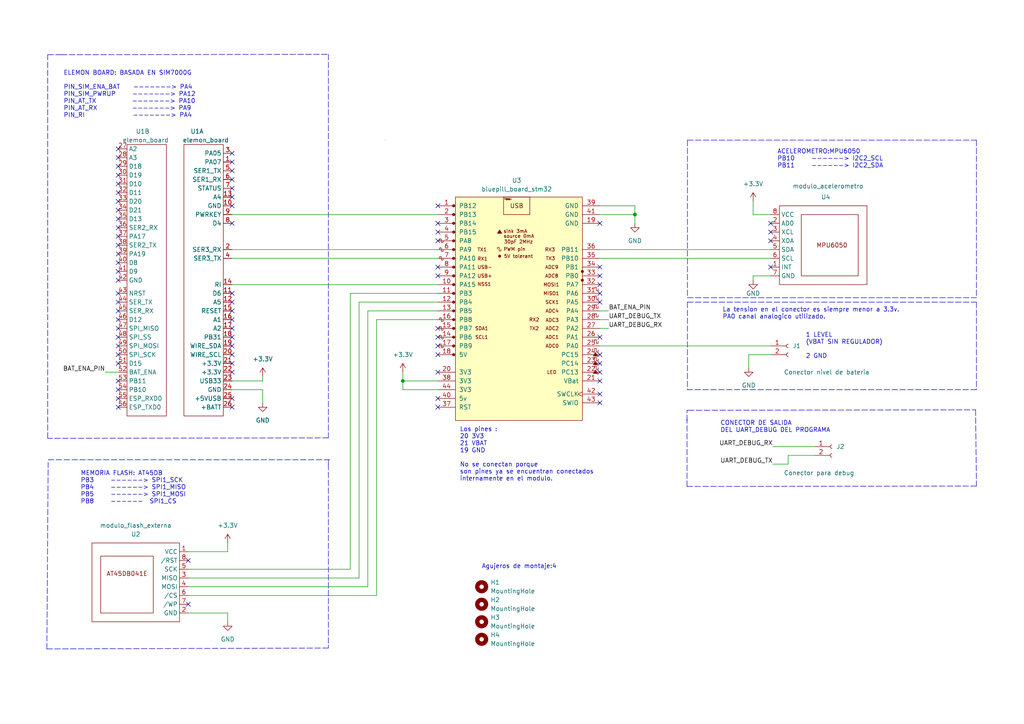
<source format=kicad_sch>
(kicad_sch (version 20211123) (generator eeschema)
  (paper "A4")
  (title_block (title "Simo Shield, PCB de conexion") (date "2022-07-18") (rev "0003") (company "I.N.T.I") (comment 1 "Revisor: Gustavo Rodriguez") (comment 2 "Autor:   German Velardez") (comment 3 "Licencia: CERN Open Hardware Licence Version 2") (comment 4 "Placa de conexion del dispositivo  SIMO.") (comment 5 "Descripcion:"))
  (lib_symbols
    (symbol "elemon_board_1"
      (property "Reference" "U1" (at -5.08 2.54 0))
      (property "Value" "elemon_board_1" (at -5.08 0 0))
      (symbol "elemon_board_1_0_1"
        (rectangle (start -46.99 0) (end -46.99 0))
        (rectangle (start 0 -1.27) (end 11.43 -80.01))
      )
      (symbol "elemon_board_1_1_1"
        (pin bidirectional line (at -2.54 -6.35 0) (length 2.54) (name "PA07") (number "1"))
        (pin power_out line (at -2.54 -19.05 0) (length 2.54) (name "GND") (number "10"))
        (pin bidirectional line (at -2.54 -44.45 0) (length 2.54) (name "D6") (number "11"))
        (pin bidirectional line (at -2.54 -46.99 0) (length 2.54) (name "A5") (number "12"))
        (pin bidirectional line (at -2.54 -16.51 0) (length 2.54) (name "A4") (number "13"))
        (pin bidirectional line (at -2.54 -41.91 0) (length 2.54) (name "RI") (number "14"))
        (pin input line (at -2.54 -49.53 0) (length 2.54) (name "RESET") (number "15"))
        (pin bidirectional line (at -2.54 -52.07 0) (length 2.54) (name "A1") (number "16"))
        (pin bidirectional line (at -2.54 -54.61 0) (length 2.54) (name "A2") (number "17"))
        (pin bidirectional line (at -2.54 -57.15 0) (length 2.54) (name "PB31") (number "18"))
        (pin bidirectional line (at -2.54 -59.69 0) (length 2.54) (name "WIRE_SDA") (number "19"))
        (pin bidirectional line (at -2.54 -31.75 0) (length 2.54) (name "SER3_RX") (number "2"))
        (pin bidirectional line (at -2.54 -62.23 0) (length 2.54) (name "WIRE_SCL") (number "20"))
        (pin power_out line (at -2.54 -64.77 0) (length 2.54) (name "+3.3V") (number "21"))
        (pin power_out line (at -2.54 -67.31 0) (length 2.54) (name "+3.3V") (number "22"))
        (pin power_out line (at -2.54 -69.85 0) (length 2.54) (name "USB33") (number "23"))
        (pin power_out line (at -2.54 -72.39 0) (length 2.54) (name "GND") (number "24"))
        (pin power_out line (at -2.54 -74.93 0) (length 2.54) (name "+5VUSB") (number "25"))
        (pin power_in line (at -2.54 -77.47 0) (length 2.54) (name "+BATT") (number "26"))
        (pin bidirectional line (at -2.54 -3.81 0) (length 2.54) (name "PA05") (number "3"))
        (pin bidirectional line (at -2.54 -34.29 0) (length 2.54) (name "SER3_TX") (number "4"))
        (pin bidirectional line (at -2.54 -8.89 0) (length 2.54) (name "SER1_TX") (number "5"))
        (pin bidirectional line (at -2.54 -11.43 0) (length 2.54) (name "SER1_RX") (number "6"))
        (pin bidirectional line (at -2.54 -13.97 0) (length 2.54) (name "STATUS") (number "7"))
        (pin bidirectional line (at -2.54 -24.13 0) (length 2.54) (name "D4") (number "8"))
        (pin bidirectional line (at -2.54 -21.59 0) (length 2.54) (name "PWRKEY") (number "9"))
      )
      (symbol "elemon_board_1_2_1"
        (pin bidirectional line (at -2.54 -2.54 0) (length 2.54) (name "A2") (number "27"))
        (pin bidirectional line (at -2.54 -5.08 0) (length 2.54) (name "A3") (number "28"))
        (pin bidirectional line (at -2.54 -7.62 0) (length 2.54) (name "D18") (number "29"))
        (pin bidirectional line (at -2.54 -10.16 0) (length 2.54) (name "D19") (number "30"))
        (pin bidirectional line (at -2.54 -12.7 0) (length 2.54) (name "D10") (number "31"))
        (pin bidirectional line (at -2.54 -15.24 0) (length 2.54) (name "D11") (number "32"))
        (pin bidirectional line (at -2.54 -17.78 0) (length 2.54) (name "D20") (number "33"))
        (pin bidirectional line (at -2.54 -20.32 0) (length 2.54) (name "D21") (number "34"))
        (pin bidirectional line (at -2.54 -22.86 0) (length 2.54) (name "D13") (number "35"))
        (pin bidirectional line (at -2.54 -25.4 0) (length 2.54) (name "SER2_RX") (number "36"))
        (pin bidirectional line (at -2.54 -27.94 0) (length 2.54) (name "PA17") (number "37"))
        (pin bidirectional line (at -2.54 -30.48 0) (length 2.54) (name "SER2_TX") (number "38"))
        (pin bidirectional line (at -2.54 -33.02 0) (length 2.54) (name "PA19") (number "39"))
        (pin bidirectional line (at -2.54 -35.56 0) (length 2.54) (name "D8") (number "40"))
        (pin bidirectional line (at -2.54 -38.1 0) (length 2.54) (name "D9") (number "41"))
        (pin power_out line (at -2.54 -40.64 0) (length 2.54) (name "GND") (number "42"))
        (pin input line (at -2.54 -44.45 0) (length 2.54) (name "NRST") (number "43"))
        (pin bidirectional line (at -2.54 -46.99 0) (length 2.54) (name "SER_TX") (number "44"))
        (pin bidirectional line (at -2.54 -49.53 0) (length 2.54) (name "SER_RX") (number "45"))
        (pin bidirectional line (at -2.54 -52.07 0) (length 2.54) (name "D12") (number "46"))
        (pin bidirectional line (at -2.54 -54.61 0) (length 2.54) (name "SPI_MISO") (number "47"))
        (pin bidirectional line (at -2.54 -57.15 0) (length 2.54) (name "SPI_SS") (number "48"))
        (pin bidirectional line (at -2.54 -59.69 0) (length 2.54) (name "SPI_MOSI") (number "49"))
        (pin bidirectional line (at -2.54 -62.23 0) (length 2.54) (name "SPI_SCK") (number "50"))
        (pin bidirectional line (at -2.54 -64.77 0) (length 2.54) (name "D15") (number "51"))
        (pin bidirectional line (at -2.54 -67.31 0) (length 2.54) (name "BAT_ENA") (number "52"))
        (pin bidirectional line (at -2.54 -69.85 0) (length 2.54) (name "PB11") (number "53"))
        (pin bidirectional line (at -2.54 -72.39 0) (length 2.54) (name "PB10") (number "54"))
        (pin bidirectional line (at -2.54 -74.93 0) (length 2.54) (name "ESP_RXD0") (number "55"))
        (pin bidirectional line (at -2.54 -77.47 0) (length 2.54) (name "ESP_TXD0") (number "56"))
      )
    )
    (symbol "power:+3.3V" (power) (pin_names (offset 0))
      (property "Value" "+3.3V" (at 0 3.556 0))
      (symbol "+3.3V_0_1"
        (polyline (pts (xy -0.762 1.27) (xy 0 2.54)))
        (polyline (pts (xy 0 0) (xy 0 2.54)))
        (polyline (pts (xy 0 2.54) (xy 0.762 1.27)))
      )
      (symbol "+3.3V_1_1"
        (pin power_in line (at 0 0 90) (length 0) hide (name "+3.3V") (number "1"))
      )
    )
    (symbol "power:GND" (power) (pin_names (offset 0))
      (property "Value" "GND" (at 0 -3.81 0))
      (symbol "GND_0_1"
        (polyline (pts (xy 0 0) (xy 0 -1.27) (xy 1.27 -1.27) (xy 0 -2.54) (xy -1.27 -1.27) (xy 0 -1.27)))
      )
      (symbol "GND_1_1"
        (pin power_in line (at 0 0 270) (length 0) hide (name "GND") (number "1"))
      )
    )
    (symbol "simo_shield:+3.3V" (power) (pin_names (offset 0))
      (property "Value" "+3.3V" (at 0 3.556 0))
      (symbol "+3.3V_0_1"
        (polyline (pts (xy -0.762 1.27) (xy 0 2.54)))
        (polyline (pts (xy 0 0) (xy 0 2.54)))
        (polyline (pts (xy 0 2.54) (xy 0.762 1.27)))
      )
      (symbol "+3.3V_1_1"
        (pin power_in line (at 0 0 90) (length 0) hide (name "+3.3V") (number "1"))
      )
    )
    (symbol "simo_shield:Conn_01x02_Female" (pin_names (offset 1.016) hide)
      (property "Reference" "J" (at 0 2.54 0))
      (property "Value" "Conn_01x02_Female" (at 0 -5.08 0))
      (symbol "Conn_01x02_Female_1_1"
        (arc (start 0 -2.032) (mid -0.508 -2.54) (end 0 -3.048) (stroke (width 0.1524)))
        (polyline (pts (xy -1.27 -2.54) (xy -0.508 -2.54)) (stroke (width 0.1524)))
        (polyline (pts (xy -1.27 0) (xy -0.508 0)) (stroke (width 0.1524)))
        (arc (start 0 0.508) (mid -0.508 0) (end 0 -0.508) (stroke (width 0.1524)))
        (pin passive line (at -5.08 0 0) (length 3.81) (name "Pin_1") (number "1"))
        (pin passive line (at -5.08 -2.54 0) (length 3.81) (name "Pin_2") (number "2"))
      )
    )
    (symbol "simo_shield:GND" (power) (pin_names (offset 0))
      (property "Value" "GND" (at 0 -3.81 0))
      (symbol "GND_0_1"
        (polyline (pts (xy 0 0) (xy 0 -1.27) (xy 1.27 -1.27) (xy 0 -2.54) (xy -1.27 -1.27) (xy 0 -1.27)))
      )
      (symbol "GND_1_1"
        (pin power_in line (at 0 0 270) (length 0) hide (name "GND") (number "1"))
      )
    )
    (symbol "simo_shield:MountingHole" (pin_names (offset 1.016))
      (property "Reference" "H" (at 0 5.08 0))
      (property "Value" "MountingHole" (at 0 3.175 0))
      (symbol "MountingHole_0_1"
        (circle (center 0 0) (radius 1.27) (stroke (width 1.27)))
      )
    )
    (symbol "simo_shield:bluepill_board_stm32" (pin_names (offset 1.016))
      (property "Reference" "U3" (at 0 30.226 0))
      (property "Value" "bluepill_board_stm32" (at 0 27.686 0))
      (symbol "bluepill_board_stm32_0_0"
        (circle (center -18.288 -20.32) (radius 0.3556) (fill (type outline)))
        (circle (center -18.288 -17.78) (radius 0.3556) (fill (type outline)))
        (circle (center -18.288 -15.24) (radius 0.3556) (fill (type outline)))
        (circle (center -18.288 -12.7) (radius 0.3556) (fill (type outline)))
        (circle (center -18.288 -10.16) (radius 0.3556) (fill (type outline)))
        (circle (center -18.288 -7.62) (radius 0.3556) (fill (type outline)))
        (circle (center -18.288 -5.08) (radius 0.3556) (fill (type outline)))
        (circle (center -18.288 -2.54) (radius 0.3556) (fill (type outline)))
        (circle (center -18.288 0) (radius 0.3556) (fill (type outline)))
        (circle (center -18.288 2.54) (radius 0.3556) (fill (type outline)))
        (circle (center -18.288 5.08) (radius 0.3556) (fill (type outline)))
        (circle (center -18.288 7.62) (radius 0.3556) (fill (type outline)))
        (circle (center -18.288 10.16) (radius 0.3556) (fill (type outline)))
        (circle (center -18.288 12.7) (radius 0.3556) (fill (type outline)))
        (circle (center -18.288 15.24) (radius 0.3556) (fill (type outline)))
        (circle (center -18.288 17.78) (radius 0.3556) (fill (type outline)))
        (circle (center -18.288 22.86) (radius 0.3556) (fill (type outline)))
        (circle (center -4.953 8.255) (radius 0.127) (fill (type outline)))
        (circle (center -4.953 8.255) (radius 0.254))
        (circle (center -4.953 8.255) (radius 0.3556))
        (polyline (pts (xy -5.588 14.859) (xy -4.953 15.875) (xy -4.318 14.859) (xy -5.588 14.859) (xy -4.953 15.748) (xy -4.445 14.859) (xy -5.461 14.986) (xy -4.953 15.621) (xy -4.572 14.859) (xy -5.334 15.113) (xy -4.826 15.494) (xy -4.699 14.859) (xy -5.207 15.24) (xy -4.699 15.367) (xy -4.826 14.986) (xy -5.08 15.24) (xy -4.826 15.113) (xy -4.953 15.367)))
        (polyline (pts (xy 22.225 -25.781) (xy 22.86 -24.765) (xy 23.495 -25.781) (xy 22.225 -25.781) (xy 22.86 -24.892) (xy 23.368 -25.781) (xy 22.352 -25.654) (xy 22.86 -25.019) (xy 23.241 -25.781) (xy 22.479 -25.527) (xy 22.987 -25.146) (xy 23.114 -25.781) (xy 22.606 -25.4) (xy 23.114 -25.273) (xy 22.987 -25.654) (xy 22.733 -25.4) (xy 22.987 -25.527) (xy 22.86 -25.273)))
        (polyline (pts (xy 22.225 -23.241) (xy 22.86 -22.225) (xy 23.495 -23.241) (xy 22.225 -23.241) (xy 22.86 -22.352) (xy 23.368 -23.241) (xy 22.352 -23.114) (xy 22.86 -22.479) (xy 23.241 -23.241) (xy 22.479 -22.987) (xy 22.987 -22.606) (xy 23.114 -23.241) (xy 22.606 -22.86) (xy 23.114 -22.733) (xy 22.987 -23.114) (xy 22.733 -22.86) (xy 22.987 -22.987) (xy 22.86 -22.733)))
        (polyline (pts (xy 22.225 -20.701) (xy 22.86 -19.685) (xy 23.495 -20.701) (xy 22.225 -20.701) (xy 22.86 -19.812) (xy 23.368 -20.701) (xy 22.352 -20.574) (xy 22.86 -19.939) (xy 23.241 -20.701) (xy 22.479 -20.447) (xy 22.987 -20.066) (xy 23.114 -20.701) (xy 22.606 -20.32) (xy 23.114 -20.193) (xy 22.987 -20.574) (xy 22.733 -20.32) (xy 22.987 -20.447) (xy 22.86 -20.193)))
        (circle (center 19.05 1.27) (radius 0.254) (fill (type outline)))
        (circle (center 19.05 1.27) (radius 0.3556))
        (circle (center 19.05 3.81) (radius 0.254) (fill (type outline)))
        (circle (center 19.05 3.81) (radius 0.3556))
        (text "30pF 2MHz" (at 0.508 12.446 0) (effects (font (size 0.9906 0.9906))))
        (text "5V tolerant" (at 0.508 8.255 0) (effects (font (size 0.9906 0.9906))))
        (text "ADC0" (at 10.287 -17.78 0) (effects (font (size 0.9906 0.9906))))
        (text "ADC1" (at 10.287 -15.24 0) (effects (font (size 0.9906 0.9906))))
        (text "ADC2" (at 10.287 -12.7 0) (effects (font (size 0.9906 0.9906))))
        (text "ADC3" (at 10.287 -10.287 0) (effects (font (size 0.9906 0.9906))))
        (text "ADC4" (at 10.287 -7.62 0) (effects (font (size 0.9906 0.9906))))
        (text "ADC8" (at 10.16 2.54 0) (effects (font (size 0.9906 0.9906))))
        (text "ADC9" (at 10.16 5.08 0) (effects (font (size 0.9906 0.9906))))
        (text "LED" (at 10.16 -25.4 0) (effects (font (size 0.9906 0.9906))))
        (text "MISO1" (at 10.033 -2.54 0) (effects (font (size 0.9906 0.9906))))
        (text "MOSI1" (at 10.033 0 0) (effects (font (size 0.9906 0.9906))))
        (text "NSS1" (at -9.398 0.127 0) (effects (font (size 0.9906 0.9906))))
        (text "PWM pin" (at -0.635 10.287 0) (effects (font (size 0.9906 0.9906))))
        (text "RX1" (at -9.906 7.493 0) (effects (font (size 0.9906 0.9906))))
        (text "RX2" (at 5.08 -10.16 0) (effects (font (size 0.9906 0.9906))))
        (text "RX3" (at 9.652 10.16 0) (effects (font (size 0.9906 0.9906))))
        (text "SCK1" (at 10.287 -5.08 0) (effects (font (size 0.9906 0.9906))))
        (text "SCL1" (at -10.16 -15.24 0) (effects (font (size 0.9906 0.9906))))
        (text "SDA1" (at -10.16 -12.7 0) (effects (font (size 0.9906 0.9906))))
        (text "sink 3mA" (at -0.381 15.494 0) (effects (font (size 0.9906 0.9906))))
        (text "source 0mA" (at 0.635 14.097 0) (effects (font (size 0.9906 0.9906))))
        (text "TX1" (at -10.033 10.16 0) (effects (font (size 0.9906 0.9906))))
        (text "TX2" (at 5.08 -12.7 0) (effects (font (size 0.9906 0.9906))))
        (text "TX3" (at 9.779 7.62 0) (effects (font (size 0.9906 0.9906))))
        (text "USB" (at 0 22.86 0) (effects (font (size 1.27 1.27))))
        (text "USB+" (at -9.271 2.54 0) (effects (font (size 0.9906 0.9906))))
        (text "USB-" (at -9.271 5.08 0) (effects (font (size 0.9906 0.9906))))
        (text "Y@@J" (at -2.5654 24.8412 0) (effects (font (size 0.508 0.508))))
      )
      (symbol "bluepill_board_stm32_0_1"
        (rectangle (start -17.78 25.4) (end 19.05 -39.37) (fill (type background)))
        (polyline (pts (xy -21.336 -17.78) (xy -21.336 -18.288) (xy -21.844 -18.288) (xy -21.844 -17.272) (xy -22.352 -17.272) (xy -22.352 -17.78)))
        (polyline (pts (xy -21.336 -15.24) (xy -21.336 -15.748) (xy -21.844 -15.748) (xy -21.844 -14.732) (xy -22.352 -14.732) (xy -22.352 -15.24)))
        (polyline (pts (xy -21.336 -12.7) (xy -21.336 -13.208) (xy -21.844 -13.208) (xy -21.844 -12.192) (xy -22.352 -12.192) (xy -22.352 -12.7)))
        (polyline (pts (xy -21.336 -10.16) (xy -21.336 -10.668) (xy -21.844 -10.668) (xy -21.844 -9.652) (xy -22.352 -9.652) (xy -22.352 -10.16)))
        (polyline (pts (xy -21.336 7.62) (xy -21.336 7.112) (xy -21.844 7.112) (xy -21.844 8.128) (xy -22.352 8.128) (xy -22.352 7.62)))
        (polyline (pts (xy -21.336 10.16) (xy -21.336 9.652) (xy -21.844 9.652) (xy -21.844 10.668) (xy -22.352 10.668) (xy -22.352 10.16)))
        (polyline (pts (xy -21.336 12.7) (xy -21.336 12.192) (xy -21.844 12.192) (xy -21.844 13.208) (xy -22.352 13.208) (xy -22.352 12.7)))
        (polyline (pts (xy -4.572 10.287) (xy -4.572 9.779) (xy -5.08 9.779) (xy -5.08 10.795) (xy -5.588 10.795) (xy -5.588 10.287)))
        (polyline (pts (xy 23.622 -24.13) (xy 23.622 -24.638) (xy 23.114 -24.638) (xy 23.114 -23.622) (xy 22.606 -23.622) (xy 22.606 -24.13)))
        (polyline (pts (xy 23.622 -21.59) (xy 23.622 -22.098) (xy 23.114 -22.098) (xy 23.114 -21.082) (xy 22.606 -21.082) (xy 22.606 -21.59)))
        (polyline (pts (xy 23.622 -19.05) (xy 23.622 -19.558) (xy 23.114 -19.558) (xy 23.114 -18.542) (xy 22.606 -18.542) (xy 22.606 -19.05)))
        (polyline (pts (xy 23.622 -16.51) (xy 23.622 -17.018) (xy 23.114 -17.018) (xy 23.114 -16.002) (xy 22.606 -16.002) (xy 22.606 -16.51)))
        (polyline (pts (xy 23.622 -8.89) (xy 23.622 -9.398) (xy 23.114 -9.398) (xy 23.114 -8.382) (xy 22.606 -8.382) (xy 22.606 -8.89)))
        (polyline (pts (xy 23.622 -6.35) (xy 23.622 -6.858) (xy 23.114 -6.858) (xy 23.114 -5.842) (xy 22.606 -5.842) (xy 22.606 -6.35)))
        (polyline (pts (xy 23.622 -3.81) (xy 23.622 -4.318) (xy 23.114 -4.318) (xy 23.114 -3.302) (xy 22.606 -3.302) (xy 22.606 -3.81)))
        (polyline (pts (xy 23.622 -1.27) (xy 23.622 -1.778) (xy 23.114 -1.778) (xy 23.114 -0.762) (xy 22.606 -0.762) (xy 22.606 -1.27)))
        (rectangle (start 3.81 25.4) (end -3.81 20.32))
      )
      (symbol "bluepill_board_stm32_1_1"
        (circle (center -18.288 20.32) (radius 0.3556) (fill (type outline)))
        (pin bidirectional line (at -22.86 22.86 0) (length 5.08) (name "PB12") (number "1"))
        (pin bidirectional line (at -22.86 0 0) (length 5.08) (name "PA15") (number "10"))
        (pin bidirectional line (at -22.86 -2.54 0) (length 5.08) (name "PB3") (number "11"))
        (pin bidirectional line (at -22.86 -5.08 0) (length 5.08) (name "PB4") (number "12"))
        (pin bidirectional line (at -22.86 -7.62 0) (length 5.08) (name "PB5") (number "13"))
        (pin bidirectional line (at -22.86 -15.24 0) (length 5.08) (name "PB6") (number "14"))
        (pin bidirectional line (at -22.86 -12.7 0) (length 5.08) (name "PB7") (number "15"))
        (pin bidirectional line (at -22.86 -10.16 0) (length 5.08) (name "PB8") (number "16"))
        (pin bidirectional line (at -22.86 -17.78 0) (length 5.08) (name "PB9") (number "17"))
        (pin power_in line (at -22.86 -20.32 0) (length 5.08) (name "5V") (number "18"))
        (pin power_in line (at 24.13 17.78 180) (length 5.08) (name "GND") (number "19"))
        (pin bidirectional line (at -22.86 20.32 0) (length 5.08) (name "PB13") (number "2"))
        (pin power_in line (at -22.86 -25.4 0) (length 5.08) (name "3V3") (number "20"))
        (pin power_in line (at 24.13 -27.94 180) (length 5.08) (name "VBat") (number "21"))
        (pin bidirectional line (at 24.13 -25.4 180) (length 5.08) (name "PC13") (number "22"))
        (pin bidirectional line (at 24.13 -22.86 180) (length 5.08) (name "PC14") (number "23"))
        (pin bidirectional line (at 24.13 -20.32 180) (length 5.08) (name "PC15") (number "24"))
        (pin bidirectional line (at 24.13 -17.78 180) (length 5.08) (name "PA0") (number "25"))
        (pin bidirectional line (at 24.13 -15.24 180) (length 5.08) (name "PA1") (number "26"))
        (pin bidirectional line (at 24.13 -12.7 180) (length 5.08) (name "PA2") (number "27"))
        (pin bidirectional line (at 24.13 -10.16 180) (length 5.08) (name "PA3") (number "28"))
        (pin bidirectional line (at 24.13 -7.62 180) (length 5.08) (name "PA4") (number "29"))
        (pin bidirectional line (at -22.86 17.78 0) (length 5.08) (name "PB14") (number "3"))
        (pin bidirectional line (at 24.13 -5.08 180) (length 5.08) (name "PA5") (number "30"))
        (pin bidirectional line (at 24.13 -2.54 180) (length 5.08) (name "PA6") (number "31"))
        (pin bidirectional line (at 24.13 0 180) (length 5.08) (name "PA7") (number "32"))
        (pin bidirectional line (at 24.13 2.54 180) (length 5.08) (name "PB0") (number "33"))
        (pin bidirectional line (at 24.13 5.08 180) (length 5.08) (name "PB1") (number "34"))
        (pin bidirectional line (at 24.13 7.62 180) (length 5.08) (name "PB10") (number "35"))
        (pin bidirectional line (at 24.13 10.16 180) (length 5.08) (name "PB11") (number "36"))
        (pin input line (at -22.86 -35.56 0) (length 5.08) (name "RST") (number "37"))
        (pin power_in line (at -22.86 -27.94 0) (length 5.08) (name "3V3") (number "38"))
        (pin power_in line (at 24.13 22.86 180) (length 5.08) (name "GND") (number "39"))
        (pin bidirectional line (at -22.86 15.24 0) (length 5.08) (name "PB15") (number "4"))
        (pin power_in line (at -22.86 -33.02 0) (length 5.08) (name "5v") (number "40"))
        (pin power_in line (at 24.13 20.32 180) (length 5.08) (name "GND") (number "41"))
        (pin bidirectional clock (at 24.13 -31.75 180) (length 5.08) (name "SWCLK") (number "42"))
        (pin bidirectional line (at 24.13 -34.29 180) (length 5.08) (name "SWIO") (number "43"))
        (pin power_in line (at -22.86 -30.48 0) (length 5.08) (name "3V3") (number "44"))
        (pin bidirectional line (at -22.86 12.7 0) (length 5.08) (name "PA8") (number "5"))
        (pin bidirectional line (at -22.86 10.16 0) (length 5.08) (name "PA9") (number "6"))
        (pin bidirectional line (at -22.86 7.62 0) (length 5.08) (name "PA10") (number "7"))
        (pin bidirectional line (at -22.86 5.08 0) (length 5.08) (name "PA11") (number "8"))
        (pin bidirectional line (at -22.86 2.54 0) (length 5.08) (name "PA12") (number "9"))
      )
    )
    (symbol "simo_shield:elemon_board"
      (property "Reference" "U2" (at 12.7 -43.1799 0))
      (property "Value" "elemon_board" (at 12.7 -45.7199 0))
      (symbol "elemon_board_0_1"
        (rectangle (start -46.99 0) (end -46.99 0))
        (rectangle (start 0 -1.27) (end 11.43 -80.01))
      )
      (symbol "elemon_board_1_1"
        (pin bidirectional line (at -2.54 -6.35 0) (length 2.54) (name "PA07") (number "1"))
        (pin power_out line (at -2.54 -19.05 0) (length 2.54) (name "GND") (number "10"))
        (pin bidirectional line (at -2.54 -44.45 0) (length 2.54) (name "D6") (number "11"))
        (pin bidirectional line (at -2.54 -46.99 0) (length 2.54) (name "A5") (number "12"))
        (pin bidirectional line (at -2.54 -16.51 0) (length 2.54) (name "A4") (number "13"))
        (pin bidirectional line (at -2.54 -41.91 0) (length 2.54) (name "RI") (number "14"))
        (pin input line (at -2.54 -49.53 0) (length 2.54) (name "RESET") (number "15"))
        (pin bidirectional line (at -2.54 -52.07 0) (length 2.54) (name "A1") (number "16"))
        (pin bidirectional line (at -2.54 -54.61 0) (length 2.54) (name "A2") (number "17"))
        (pin bidirectional line (at -2.54 -57.15 0) (length 2.54) (name "PB31") (number "18"))
        (pin bidirectional line (at -2.54 -59.69 0) (length 2.54) (name "WIRE_SDA") (number "19"))
        (pin bidirectional line (at -2.54 -34.29 0) (length 2.54) (name "SER3_TX") (number "2"))
        (pin bidirectional line (at -2.54 -62.23 0) (length 2.54) (name "WIRE_SCL") (number "20"))
        (pin power_out line (at -2.54 -64.77 0) (length 2.54) (name "+3.3V") (number "21"))
        (pin power_out line (at -2.54 -67.31 0) (length 2.54) (name "+3.3V") (number "22"))
        (pin power_out line (at -2.54 -69.85 0) (length 2.54) (name "USB33") (number "23"))
        (pin power_out line (at -2.54 -72.39 0) (length 2.54) (name "GND") (number "24"))
        (pin power_out line (at -2.54 -74.93 0) (length 2.54) (name "+5VUSB") (number "25"))
        (pin power_in line (at -2.54 -77.47 0) (length 2.54) (name "+BATT") (number "26"))
        (pin bidirectional line (at -2.54 -3.81 0) (length 2.54) (name "PA05") (number "3"))
        (pin bidirectional line (at -2.54 -31.75 0) (length 2.54) (name "SER3_RX") (number "4"))
        (pin bidirectional line (at -2.54 -8.89 0) (length 2.54) (name "SER1_TX") (number "5"))
        (pin bidirectional line (at -2.54 -11.43 0) (length 2.54) (name "SER1_RX") (number "6"))
        (pin bidirectional line (at -2.54 -13.97 0) (length 2.54) (name "STATUS") (number "7"))
        (pin bidirectional line (at -2.54 -24.13 0) (length 2.54) (name "D4") (number "8"))
        (pin bidirectional line (at -2.54 -21.59 0) (length 2.54) (name "PWRKEY") (number "9"))
      )
      (symbol "elemon_board_2_1"
        (pin bidirectional line (at -2.54 -2.54 0) (length 2.54) (name "A2") (number "27"))
        (pin bidirectional line (at -2.54 -5.08 0) (length 2.54) (name "A3") (number "28"))
        (pin bidirectional line (at -2.54 -7.62 0) (length 2.54) (name "D18") (number "29"))
        (pin bidirectional line (at -2.54 -10.16 0) (length 2.54) (name "D19") (number "30"))
        (pin bidirectional line (at -2.54 -12.7 0) (length 2.54) (name "D10") (number "31"))
        (pin bidirectional line (at -2.54 -15.24 0) (length 2.54) (name "D11") (number "32"))
        (pin bidirectional line (at -2.54 -17.78 0) (length 2.54) (name "D20") (number "33"))
        (pin bidirectional line (at -2.54 -20.32 0) (length 2.54) (name "D21") (number "34"))
        (pin bidirectional line (at -2.54 -22.86 0) (length 2.54) (name "D13") (number "35"))
        (pin bidirectional line (at -2.54 -25.4 0) (length 2.54) (name "SER2_RX") (number "36"))
        (pin bidirectional line (at -2.54 -27.94 0) (length 2.54) (name "PA17") (number "37"))
        (pin bidirectional line (at -2.54 -30.48 0) (length 2.54) (name "SER2_TX") (number "38"))
        (pin bidirectional line (at -2.54 -33.02 0) (length 2.54) (name "PA19") (number "39"))
        (pin bidirectional line (at -2.54 -35.56 0) (length 2.54) (name "D8") (number "40"))
        (pin bidirectional line (at -2.54 -38.1 0) (length 2.54) (name "D9") (number "41"))
        (pin power_out line (at -2.54 -40.64 0) (length 2.54) (name "GND") (number "42"))
        (pin input line (at -2.54 -44.45 0) (length 2.54) (name "NRST") (number "43"))
        (pin bidirectional line (at -2.54 -46.99 0) (length 2.54) (name "SER_TX") (number "44"))
        (pin bidirectional line (at -2.54 -49.53 0) (length 2.54) (name "SER_RX") (number "45"))
        (pin bidirectional line (at -2.54 -52.07 0) (length 2.54) (name "D12") (number "46"))
        (pin bidirectional line (at -2.54 -54.61 0) (length 2.54) (name "SPI_MISO") (number "47"))
        (pin bidirectional line (at -2.54 -57.15 0) (length 2.54) (name "SPI_SS") (number "48"))
        (pin bidirectional line (at -2.54 -59.69 0) (length 2.54) (name "SPI_MOSI") (number "49"))
        (pin bidirectional line (at -2.54 -62.23 0) (length 2.54) (name "SPI_SCK") (number "50"))
        (pin bidirectional line (at -2.54 -64.77 0) (length 2.54) (name "D15") (number "51"))
        (pin bidirectional line (at -2.54 -67.31 0) (length 2.54) (name "BAT_ENA") (number "52"))
        (pin bidirectional line (at -2.54 -69.85 0) (length 2.54) (name "PB11") (number "53"))
        (pin bidirectional line (at -2.54 -72.39 0) (length 2.54) (name "PB10") (number "54"))
        (pin bidirectional line (at -2.54 -74.93 0) (length 2.54) (name "ESP_RXD0") (number "55"))
        (pin bidirectional line (at -2.54 -77.47 0) (length 2.54) (name "ESP_TXD0") (number "56"))
      )
    )
    (symbol "simo_shield:modulo_acelerometro"
      (property "Reference" "U4" (at 27.051 -7.6199 0))
      (property "Value" "modulo_acelerometro" (at 27.051 -10.1599 0))
      (symbol "modulo_acelerometro_0_0"
        (text "MPU6050" (at 15.24 -8.89 0) (effects (font (size 1.27 1.27))))
      )
      (symbol "modulo_acelerometro_0_1"
        (rectangle (start 0 2.54) (end 25.4 -20.32))
        (rectangle (start 6.35 0) (end 22.86 -17.78))
      )
      (symbol "modulo_acelerometro_1_1"
        (pin output line (at -2.54 -15.24 0) (length 2.54) (name "INT") (number "1"))
        (pin output line (at -2.54 -2.54 0) (length 2.54) (name "AD0") (number "2"))
        (pin output line (at -2.54 -5.08 0) (length 2.54) (name "XCL") (number "3"))
        (pin output line (at -2.54 -7.62 0) (length 2.54) (name "XDA") (number "4"))
        (pin output line (at -2.54 -10.16 0) (length 2.54) (name "SDA") (number "5"))
        (pin output line (at -2.54 -12.7 0) (length 2.54) (name "SCL") (number "6"))
        (pin power_in line (at -2.54 -17.78 0) (length 2.54) (name "GND") (number "7"))
        (pin power_in line (at -2.54 0 0) (length 2.54) (name "VCC") (number "8"))
      )
    )
    (symbol "simo_shield:modulo_flash_externa"
      (property "Reference" "U2" (at -12.7 5.715 0))
      (property "Value" "modulo_flash_externa" (at -12.7 3.175 0))
      (symbol "modulo_flash_externa_0_0"
        (rectangle (start 7.62 -3.81) (end 22.86 -20.32))
        (text "AT45DB041E" (at 15.24 -8.89 0) (effects (font (size 1.27 1.27))))
      )
      (symbol "modulo_flash_externa_0_1"
        (rectangle (start 0 0) (end 25.4 -22.86))
      )
      (symbol "modulo_flash_externa_1_1"
        (pin power_in line (at -2.54 -2.54 0) (length 2.54) (name "VCC") (number "1"))
        (pin power_in line (at -2.54 -20.32 0) (length 2.54) (name "GND") (number "2"))
        (pin output line (at -2.54 -10.16 0) (length 2.54) (name "MISO") (number "3"))
        (pin input line (at -2.54 -12.7 0) (length 2.54) (name "MOSI") (number "4"))
        (pin input line (at -2.54 -7.62 0) (length 2.54) (name "SCK") (number "5"))
        (pin input line (at -2.54 -15.24 0) (length 2.54) (name "/CS") (number "6"))
        (pin input line (at -2.54 -17.78 0) (length 2.54) (name "/WP") (number "7"))
        (pin input line (at -2.54 -5.08 0) (length 2.54) (name "/RST") (number "8"))
      )
    )
  )
  (junction (at 116.84 110.49))
  (junction (at 184.15 62.23))
  (no_connect (at 127 118.11))
  (no_connect (at 127 77.47))
  (no_connect (at 127 69.85))
  (no_connect (at 127 80.01))
  (no_connect (at 127 67.31))
  (no_connect (at 127 95.25))
  (no_connect (at 127 97.79))
  (no_connect (at 127 100.33))
  (no_connect (at 127 102.87))
  (no_connect (at 34.29 81.28))
  (no_connect (at 173.99 102.87))
  (no_connect (at 173.99 105.41))
  (no_connect (at 173.99 110.49))
  (no_connect (at 67.31 105.41))
  (no_connect (at 223.52 77.47))
  (no_connect (at 67.31 85.09))
  (no_connect (at 127 59.69))
  (no_connect (at 127 64.77))
  (no_connect (at 173.99 87.63))
  (no_connect (at 173.99 77.47))
  (no_connect (at 173.99 85.09))
  (no_connect (at 173.99 80.01))
  (no_connect (at 173.99 114.3))
  (no_connect (at 127 107.95))
  (no_connect (at 173.99 97.79))
  (no_connect (at 34.29 66.04))
  (no_connect (at 34.29 63.5))
  (no_connect (at 34.29 58.42))
  (no_connect (at 34.29 68.58))
  (no_connect (at 34.29 60.96))
  (no_connect (at 34.29 55.88))
  (no_connect (at 223.52 64.77))
  (no_connect (at 223.52 67.31))
  (no_connect (at 223.52 69.85))
  (no_connect (at 34.29 48.26))
  (no_connect (at 34.29 53.34))
  (no_connect (at 34.29 45.72))
  (no_connect (at 34.29 50.8))
  (no_connect (at 34.29 43.18))
  (no_connect (at 67.31 57.15))
  (no_connect (at 67.31 52.07))
  (no_connect (at 67.31 64.77))
  (no_connect (at 67.31 44.45))
  (no_connect (at 67.31 49.53))
  (no_connect (at 67.31 54.61))
  (no_connect (at 34.29 115.57))
  (no_connect (at 34.29 118.11))
  (no_connect (at 34.29 110.49))
  (no_connect (at 34.29 113.03))
  (no_connect (at 34.29 100.33))
  (no_connect (at 34.29 95.25))
  (no_connect (at 34.29 97.79))
  (no_connect (at 34.29 92.71))
  (no_connect (at 67.31 87.63))
  (no_connect (at 67.31 46.99))
  (no_connect (at 67.31 92.71))
  (no_connect (at 67.31 90.17))
  (no_connect (at 67.31 97.79))
  (no_connect (at 67.31 100.33))
  (no_connect (at 67.31 95.25))
  (no_connect (at 67.31 107.95))
  (no_connect (at 67.31 102.87))
  (no_connect (at 54.61 175.26))
  (no_connect (at 54.61 162.56))
  (no_connect (at 34.29 105.41))
  (no_connect (at 34.29 102.87))
  (no_connect (at 34.29 78.74))
  (no_connect (at 34.29 73.66))
  (no_connect (at 34.29 71.12))
  (no_connect (at 34.29 76.2))
  (no_connect (at 34.29 90.17))
  (no_connect (at 34.29 85.09))
  (no_connect (at 34.29 87.63))
  (no_connect (at 173.99 82.55))
  (no_connect (at 173.99 64.77))
  (no_connect (at 67.31 118.11))
  (no_connect (at 67.31 115.57))
  (no_connect (at 173.99 107.95))
  (no_connect (at 173.99 116.84))
  (no_connect (at 127 115.57))
  (no_connect (at 67.31 59.69))
  (wire (pts (xy 54.61 167.64) (xy 104.14 167.64)))
  (wire (pts (xy 217.17 102.87) (xy 217.17 106.68)))
  (wire (pts (xy 184.15 59.69) (xy 184.15 62.23)))
  (polyline (pts (xy 13.97 133.35) (xy 95.758 133.35)))
  (wire (pts (xy 173.99 90.17) (xy 176.53 90.17)))
  (wire (pts (xy 173.99 95.25) (xy 176.53 95.25)))
  (polyline (pts (xy 95.25 187.96) (xy 13.589 188.214)))
  (polyline (pts (xy 283.21 40.64) (xy 283.21 86.36)))
  (wire (pts (xy 236.22 132.08) (xy 228.6 132.08)))
  (wire (pts (xy 173.99 72.39) (xy 223.52 72.39)))
  (wire (pts (xy 54.61 160.02) (xy 66.04 160.02)))
  (wire (pts (xy 66.04 177.8) (xy 66.04 180.34)))
  (wire (pts (xy 116.84 110.49) (xy 116.84 113.03)))
  (wire (pts (xy 218.44 80.01) (xy 223.52 80.01)))
  (wire (pts (xy 218.44 62.23) (xy 223.52 62.23)))
  (wire (pts (xy 173.99 92.71) (xy 176.53 92.71)))
  (polyline (pts (xy 199.39 86.36) (xy 283.21 86.36)))
  (wire (pts (xy 173.99 74.93) (xy 223.52 74.93)))
  (wire (pts (xy 76.2 109.22) (xy 76.2 110.49)))
  (polyline (pts (xy 199.263 122.047) (xy 199.263 118.999)))
  (polyline (pts (xy 95.25 133.35) (xy 95.25 134.62)))
  (polyline (pts (xy 199.263 141.097) (xy 199.263 121.539)))
  (polyline (pts (xy 13.843 127.127) (xy 13.843 15.875)))
  (polyline (pts (xy 13.589 188.214) (xy 13.97 134.112)))
  (wire (pts (xy 224.155 129.54) (xy 236.22 129.54)))
  (wire (pts (xy 30.48 107.95) (xy 34.29 107.95)))
  (wire (pts (xy 54.61 172.72) (xy 109.22 172.72)))
  (polyline (pts (xy 199.644 118.999) (xy 282.956 118.872)))
  (wire (pts (xy 106.68 90.17) (xy 106.68 170.18)))
  (polyline (pts (xy 283.21 87.63) (xy 283.21 113.03)))
  (wire (pts (xy 109.22 92.71) (xy 127 92.71)))
  (polyline (pts (xy 199.263 118.999) (xy 199.644 118.999)))
  (polyline (pts (xy 17.78 15.875) (xy 95.25 15.748)))
  (polyline (pts (xy 283.21 140.97) (xy 199.263 141.097)))
  (polyline (pts (xy 199.39 40.64) (xy 199.39 86.36)))
  (wire (pts (xy 67.31 62.23) (xy 127 62.23)))
  (polyline (pts (xy 283.21 113.03) (xy 199.39 113.03)))
  (polyline (pts (xy 95.25 134.62) (xy 95.25 187.071)))
  (wire (pts (xy 101.6 85.09) (xy 127 85.09)))
  (wire (pts (xy 218.44 81.28) (xy 218.44 80.01)))
  (polyline (pts (xy 13.843 15.875) (xy 17.78 15.875)))
  (wire (pts (xy 104.14 167.64) (xy 104.14 87.63)))
  (wire (pts (xy 67.31 113.03) (xy 76.2 113.03)))
  (wire (pts (xy 173.99 62.23) (xy 184.15 62.23)))
  (wire (pts (xy 76.2 113.03) (xy 76.2 116.84)))
  (polyline (pts (xy 199.39 87.63) (xy 283.21 87.63)))
  (wire (pts (xy 173.99 100.33) (xy 223.52 100.33)))
  (wire (pts (xy 67.31 72.39) (xy 127 72.39)))
  (polyline (pts (xy 95.25 127) (xy 13.843 127.127)))
  (wire (pts (xy 54.61 170.18) (xy 106.68 170.18)))
  (polyline (pts (xy 283.21 86.36) (xy 281.94 86.36)))
  (wire (pts (xy 54.61 165.1) (xy 101.6 165.1)))
  (wire (pts (xy 67.31 82.55) (xy 127 82.55)))
  (wire (pts (xy 116.84 110.49) (xy 127 110.49)))
  (polyline (pts (xy 95.25 15.748) (xy 95.25 127)))
  (wire (pts (xy 228.6 132.08) (xy 228.6 134.62)))
  (wire (pts (xy 101.6 85.09) (xy 101.6 165.1)))
  (wire (pts (xy 67.31 74.93) (xy 127 74.93)))
  (polyline (pts (xy 199.39 40.64) (xy 283.21 40.64)))
  (polyline (pts (xy 282.956 118.872) (xy 283.21 140.97)))
  (polyline (pts (xy 199.39 87.63) (xy 199.39 113.03)))
  (wire (pts (xy 54.61 177.8) (xy 66.04 177.8)))
  (polyline (pts (xy 95.25 187.071) (xy 95.25 187.96)))
  (wire (pts (xy 106.68 90.17) (xy 127 90.17)))
  (wire (pts (xy 67.31 110.49) (xy 76.2 110.49)))
  (wire (pts (xy 104.14 87.63) (xy 127 87.63)))
  (wire (pts (xy 116.84 107.95) (xy 116.84 110.49)))
  (wire (pts (xy 173.99 59.69) (xy 184.15 59.69)))
  (wire (pts (xy 224.155 134.62) (xy 228.6 134.62)))
  (wire (pts (xy 217.17 102.87) (xy 223.52 102.87)))
  (wire (pts (xy 218.44 58.42) (xy 218.44 62.23)))
  (wire (pts (xy 116.84 113.03) (xy 127 113.03)))
  (wire (pts (xy 66.04 157.48) (xy 66.04 160.02)))
  (wire (pts (xy 109.22 92.71) (xy 109.22 172.72)))
  (wire (pts (xy 184.15 62.23) (xy 184.15 64.77)))
  (text "CONECTOR DE SALIDA \nDEL UART_DEBUG DEL PROGRAMA" (at 208.915 125.603 0) (effects (font (size 1.27 1.27)) (justify left bottom)))
  (text "Los pines :\n20 3V3\n21 VBAT\n19 GND\n\nNo se conectan porque \nson pines ya se encuentran conectados \ninternamente en el modulo." (at 133.35 139.7 0) (effects (font (size 1.27 1.27)) (justify left bottom)))
  (text "La tension en el conector es siempre menor a 3.3v.\nPA0 canal analogico utilizado." (at 209.55 92.71 0) (effects (font (size 1.27 1.27)) (justify left bottom)))
  (text "ACELEROMETRO:MPU6050 \nPB10     ------> I2C2_SCL\nPB11     ------> I2C2_SDA" (at 225.425 48.895 0) (effects (font (size 1.27 1.27)) (justify left bottom)))
  (text "MEMORIA FLASH: AT45DB\nPB3     ------> SPI1_SCK\nPB4     ------> SPI1_MISO\nPB5     ------> SPI1_MOSI\nPB8     ------  SPI1_CS  " (at 23.368 146.304 0) (effects (font (size 1.27 1.27)) (justify left bottom)))
  (text "ELEMON BOARD: BASADA EN SIM7000G\n\nPIN_SIM_ENA_BAT    -------> PA4 \nPIN_SIM_PWRUP     -------> PA12 \nPIN_AT_TX	     -------> PA10\nPIN_AT_RX	     -------> PA9\nPIN_RI			-------> PA4" (at 18.415 34.29 0) (effects (font (size 1.27 1.27)) (justify left bottom)))
  (text "Agujeros de montaje:4" (at 139.7 165.1 0) (effects (font (size 1.27 1.27)) (justify left bottom)))
  (text "1 LEVEL \n(VBAT SIN REGULADOR)\n\n2 GND\n" (at 233.68 104.14 0) (effects (font (size 1.27 1.27)) (justify left bottom)))
  (label "UART_DEBUG_TX" (at 224.155 134.62 180))
  (label "BAT_ENA_PIN" (at 30.48 107.95 180))
  (label "UART_DEBUG_TX" (at 176.53 92.71 0))
  (label "UART_DEBUG_RX" (at 224.155 129.54 180))
  (label "UART_DEBUG_RX" (at 176.53 95.25 0))
  (label "BAT_ENA_PIN" (at 176.53 90.17 0))
  (symbol (lib_id "simo_shield:MountingHole") (at 139.7 170.18 0) (unit 1)
    (property "Reference" "H1" (at 142.24 168.9099 0) (effects (justify left)))
    (property "Value" "MountingHole" (at 142.24 171.4499 0) (effects (justify left)))
    (property "Footprint" "simo_shield:MountingHole_3mm" (effects hide))
  )
  (symbol (lib_id "simo_shield:+3.3V") (at 76.2 109.22 0) (unit 1)
    (property "Reference" "#PWR0107" (effects hide))
    (property "Value" "+3.3V" (at 76.2 104.14 0))
  )
  (symbol (lib_id "simo_shield:MountingHole") (at 139.7 185.42 0) (unit 1)
    (property "Reference" "H4" (at 142.24 184.1499 0) (effects (justify left)))
    (property "Value" "MountingHole" (at 142.24 186.6899 0) (effects (justify left)))
    (property "Footprint" "simo_shield:MountingHole_3mm" (effects hide))
  )
  (symbol (lib_id "simo_shield:+3.3V") (at 66.04 157.48 0) (unit 1)
    (property "Reference" "#PWR0104" (effects hide))
    (property "Value" "+3.3V" (at 66.04 152.4 0))
  )
  (symbol (lib_id "simo_shield:Conn_01x02_Female") (at 228.6 100.33 0) (unit 1)
    (property "Reference" "J1" (at 229.87 100.3299 0) (effects (justify left)))
    (property "Value" "Conector nivel de bateria" (at 227.33 107.95 0) (effects (justify left)))
    (property "Footprint" "simo_shield:JST_EH_B2B-EH-A_1x02_P2.50mm_Vertical" (effects hide))
    (property "Datasheet" "https://www.jst.fr/doc/jst/pdf/jst-connector-catalogue-vol-120e.pdf" (effects hide))
    (property "Digikey" "455-1611-ND" (effects hide))
    (property "Codigo" "B2B-EH-A(LF)(SN)" (effects hide))
  )
  (symbol (lib_id "simo_shield:GND") (at 217.17 106.68 0) (unit 1)
    (property "Reference" "#PWR0106" (effects hide))
    (property "Value" "GND" (at 217.17 111.76 0))
  )
  (symbol (lib_id "simo_shield:Conn_01x02_Female") (at 241.3 129.54 0) (unit 1)
    (property "Reference" "J2" (at 242.57 129.5399 0) (effects (justify left)))
    (property "Value" "Conector para debug" (at 227.33 137.16 0) (effects (justify left)))
    (property "Footprint" "simo_shield:JST_EH_B2B-EH-A_1x02_P2.50mm_Vertical" (effects hide))
    (property "Datasheet" "https://www.jst.fr/doc/jst/pdf/jst-connector-catalogue-vol-120e.pdf" (effects hide))
    (property "Codigo" "B2B-EH-A(LF)(SN)" (effects hide))
    (property "Digikey" "455-1611-ND" (effects hide))
  )
  (symbol (lib_id "simo_shield:+3.3V") (at 218.44 58.42 0) (unit 1)
    (property "Reference" "#PWR0109" (effects hide))
    (property "Value" "+3.3V" (at 218.44 53.34 0))
  )
  (symbol (lib_id "simo_shield:modulo_flash_externa") (at 52.07 157.48 0) (mirror y) (unit 1)
    (property "Reference" "U2" (at 39.37 154.94 0))
    (property "Value" "modulo_flash_externa" (at 39.37 152.4 0))
    (property "Footprint" "simo_shield:conector_flash_ext" (effects hide))
    (property "Datasheet" "https://pdf1.alldatasheet.com/datasheet-pdf/view/546006/ETC2/AT45DB041E.html" (effects hide))
  )
  (symbol (lib_name "elemon_board_1") (lib_id "simo_shield:elemon_board") (at 64.77 40.64 0) (mirror y) (unit 1)
    (property "Reference" "U1" (at 57.15 38.1 0))
    (property "Value" "elemon_board" (at 59.69 40.64 0))
    (property "Footprint" "simo_shield:elemon_board_compacto" (effects hide))
    (property "Datasheet" "https://drive.google.com/file/d/1sYpFcyqTjlhVdNfQDiQaqV_3s5uobK7X/view?usp=sharing" (effects hide))
  )
  (symbol (lib_id "simo_shield:GND") (at 66.04 180.34 0) (unit 1)
    (property "Reference" "#PWR0105" (effects hide))
    (property "Value" "GND" (at 66.04 185.42 0))
  )
  (symbol (lib_id "power:GND") (at 218.44 81.28 0) (unit 1)
    (property "Reference" "#PWR0110" (effects hide))
    (property "Value" "GND" (at 218.44 85.09 0))
  )
  (symbol (lib_id "simo_shield:GND") (at 184.15 64.77 0) (unit 1)
    (property "Reference" "#PWR0108" (effects hide))
    (property "Value" "GND" (at 184.15 69.85 0))
  )
  (symbol (lib_id "simo_shield:bluepill_board_stm32") (at 149.86 82.55 0) (unit 1)
    (property "Reference" "U3" (at 149.86 52.324 0))
    (property "Value" "bluepill_board_stm32" (at 149.86 54.864 0))
    (property "Footprint" "simo_shield:YAAJ_BluePill_SWD_1_modificado" (effects hide))
    (property "Datasheet" "https://stm32-base.org/boards/STM32F103C8T6-Blue-Pill.html" (effects hide))
  )
  (symbol (lib_id "simo_shield:modulo_acelerometro") (at 226.06 62.23 0) (unit 1)
    (property "Reference" "U4" (at 238.125 57.15 0) (effects (justify left)))
    (property "Value" "modulo_acelerometro" (at 229.87 53.975 0) (effects (justify left)))
    (property "Footprint" "simo_shield:MPU6050" (effects hide))
    (property "Datasheet" "https://pdf1.alldatasheet.com/datasheet-pdf/view/517744/ETC1/MPU-6050.html" (effects hide))
  )
  (symbol (lib_id "simo_shield:elemon_board") (at 36.83 40.64 0) (unit 2)
    (property "Reference" "U1" (at 39.37 38.1 0) (effects (justify left)))
    (property "Value" "elemon_board" (at 35.56 40.64 0) (effects (justify left)))
    (property "Footprint" "simo_shield:elemon_board_compacto" (effects hide))
    (property "Datasheet" "https://drive.google.com/file/d/1sYpFcyqTjlhVdNfQDiQaqV_3s5uobK7X/view?usp=sharing" (effects hide))
  )
  (symbol (lib_id "power:+3.3V") (at 116.84 107.95 0) (unit 1)
    (property "Reference" "#PWR0102" (effects hide))
    (property "Value" "+3.3V" (at 116.84 102.87 0))
  )
  (symbol (lib_id "power:GND") (at 76.2 116.84 0) (unit 1)
    (property "Reference" "#PWR0103" (effects hide))
    (property "Value" "GND" (at 76.2 121.92 0))
  )
  (symbol (lib_id "simo_shield:MountingHole") (at 139.7 175.26 0) (unit 1)
    (property "Reference" "H2" (at 142.24 173.9899 0) (effects (justify left)))
    (property "Value" "MountingHole" (at 142.24 176.5299 0) (effects (justify left)))
    (property "Footprint" "simo_shield:MountingHole_3mm" (effects hide))
  )
  (symbol (lib_id "simo_shield:MountingHole") (at 139.7 180.34 0) (unit 1)
    (property "Reference" "H3" (at 142.24 179.0699 0) (effects (justify left)))
    (property "Value" "MountingHole" (at 142.24 181.6099 0) (effects (justify left)))
    (property "Footprint" "simo_shield:MountingHole_3mm" (effects hide))
  )
)
</source>
